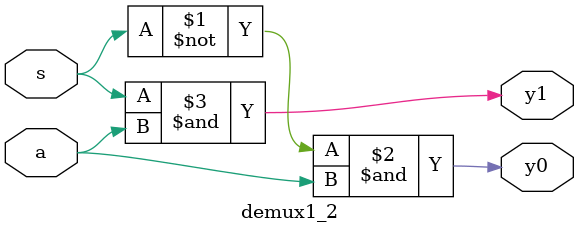
<source format=v>
`timescale 1ns / 1ps


module demux1_2(input s,a,output y0,y1);
assign y0=~s&a;
assign y1=s&a;
endmodule

</source>
